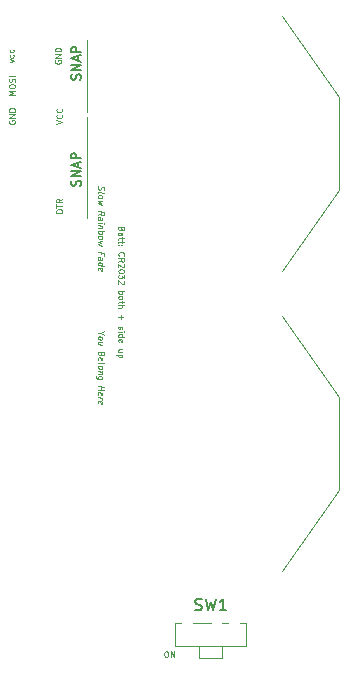
<source format=gbr>
G04 #@! TF.GenerationSoftware,KiCad,Pcbnew,(5.1.6)-1*
G04 #@! TF.CreationDate,2020-06-16T20:45:44-04:00*
G04 #@! TF.ProjectId,SRF Pendants,53524620-5065-46e6-9461-6e74732e6b69,rev?*
G04 #@! TF.SameCoordinates,Original*
G04 #@! TF.FileFunction,Legend,Top*
G04 #@! TF.FilePolarity,Positive*
%FSLAX46Y46*%
G04 Gerber Fmt 4.6, Leading zero omitted, Abs format (unit mm)*
G04 Created by KiCad (PCBNEW (5.1.6)-1) date 2020-06-16 20:45:44*
%MOMM*%
%LPD*%
G01*
G04 APERTURE LIST*
%ADD10C,0.125000*%
%ADD11C,0.120000*%
%ADD12C,0.150000*%
G04 APERTURE END LIST*
D10*
X81935714Y-112754761D02*
X81911904Y-112826190D01*
X81888095Y-112850000D01*
X81840476Y-112873809D01*
X81769047Y-112873809D01*
X81721428Y-112850000D01*
X81697619Y-112826190D01*
X81673809Y-112778571D01*
X81673809Y-112588095D01*
X82173809Y-112588095D01*
X82173809Y-112754761D01*
X82150000Y-112802380D01*
X82126190Y-112826190D01*
X82078571Y-112850000D01*
X82030952Y-112850000D01*
X81983333Y-112826190D01*
X81959523Y-112802380D01*
X81935714Y-112754761D01*
X81935714Y-112588095D01*
X81673809Y-113302380D02*
X81935714Y-113302380D01*
X81983333Y-113278571D01*
X82007142Y-113230952D01*
X82007142Y-113135714D01*
X81983333Y-113088095D01*
X81697619Y-113302380D02*
X81673809Y-113254761D01*
X81673809Y-113135714D01*
X81697619Y-113088095D01*
X81745238Y-113064285D01*
X81792857Y-113064285D01*
X81840476Y-113088095D01*
X81864285Y-113135714D01*
X81864285Y-113254761D01*
X81888095Y-113302380D01*
X82007142Y-113469047D02*
X82007142Y-113659523D01*
X82173809Y-113540476D02*
X81745238Y-113540476D01*
X81697619Y-113564285D01*
X81673809Y-113611904D01*
X81673809Y-113659523D01*
X82007142Y-113754761D02*
X82007142Y-113945238D01*
X82173809Y-113826190D02*
X81745238Y-113826190D01*
X81697619Y-113850000D01*
X81673809Y-113897619D01*
X81673809Y-113945238D01*
X81721428Y-114111904D02*
X81697619Y-114135714D01*
X81673809Y-114111904D01*
X81697619Y-114088095D01*
X81721428Y-114111904D01*
X81673809Y-114111904D01*
X81983333Y-114111904D02*
X81959523Y-114135714D01*
X81935714Y-114111904D01*
X81959523Y-114088095D01*
X81983333Y-114111904D01*
X81935714Y-114111904D01*
X81721428Y-115016666D02*
X81697619Y-114992857D01*
X81673809Y-114921428D01*
X81673809Y-114873809D01*
X81697619Y-114802380D01*
X81745238Y-114754761D01*
X81792857Y-114730952D01*
X81888095Y-114707142D01*
X81959523Y-114707142D01*
X82054761Y-114730952D01*
X82102380Y-114754761D01*
X82150000Y-114802380D01*
X82173809Y-114873809D01*
X82173809Y-114921428D01*
X82150000Y-114992857D01*
X82126190Y-115016666D01*
X81673809Y-115516666D02*
X81911904Y-115350000D01*
X81673809Y-115230952D02*
X82173809Y-115230952D01*
X82173809Y-115421428D01*
X82150000Y-115469047D01*
X82126190Y-115492857D01*
X82078571Y-115516666D01*
X82007142Y-115516666D01*
X81959523Y-115492857D01*
X81935714Y-115469047D01*
X81911904Y-115421428D01*
X81911904Y-115230952D01*
X82126190Y-115707142D02*
X82150000Y-115730952D01*
X82173809Y-115778571D01*
X82173809Y-115897619D01*
X82150000Y-115945238D01*
X82126190Y-115969047D01*
X82078571Y-115992857D01*
X82030952Y-115992857D01*
X81959523Y-115969047D01*
X81673809Y-115683333D01*
X81673809Y-115992857D01*
X82173809Y-116302380D02*
X82173809Y-116350000D01*
X82150000Y-116397619D01*
X82126190Y-116421428D01*
X82078571Y-116445238D01*
X81983333Y-116469047D01*
X81864285Y-116469047D01*
X81769047Y-116445238D01*
X81721428Y-116421428D01*
X81697619Y-116397619D01*
X81673809Y-116350000D01*
X81673809Y-116302380D01*
X81697619Y-116254761D01*
X81721428Y-116230952D01*
X81769047Y-116207142D01*
X81864285Y-116183333D01*
X81983333Y-116183333D01*
X82078571Y-116207142D01*
X82126190Y-116230952D01*
X82150000Y-116254761D01*
X82173809Y-116302380D01*
X82173809Y-116635714D02*
X82173809Y-116945238D01*
X81983333Y-116778571D01*
X81983333Y-116850000D01*
X81959523Y-116897619D01*
X81935714Y-116921428D01*
X81888095Y-116945238D01*
X81769047Y-116945238D01*
X81721428Y-116921428D01*
X81697619Y-116897619D01*
X81673809Y-116850000D01*
X81673809Y-116707142D01*
X81697619Y-116659523D01*
X81721428Y-116635714D01*
X82126190Y-117135714D02*
X82150000Y-117159523D01*
X82173809Y-117207142D01*
X82173809Y-117326190D01*
X82150000Y-117373809D01*
X82126190Y-117397619D01*
X82078571Y-117421428D01*
X82030952Y-117421428D01*
X81959523Y-117397619D01*
X81673809Y-117111904D01*
X81673809Y-117421428D01*
X81673809Y-118016666D02*
X82173809Y-118016666D01*
X81983333Y-118016666D02*
X82007142Y-118064285D01*
X82007142Y-118159523D01*
X81983333Y-118207142D01*
X81959523Y-118230952D01*
X81911904Y-118254761D01*
X81769047Y-118254761D01*
X81721428Y-118230952D01*
X81697619Y-118207142D01*
X81673809Y-118159523D01*
X81673809Y-118064285D01*
X81697619Y-118016666D01*
X81673809Y-118540476D02*
X81697619Y-118492857D01*
X81721428Y-118469047D01*
X81769047Y-118445238D01*
X81911904Y-118445238D01*
X81959523Y-118469047D01*
X81983333Y-118492857D01*
X82007142Y-118540476D01*
X82007142Y-118611904D01*
X81983333Y-118659523D01*
X81959523Y-118683333D01*
X81911904Y-118707142D01*
X81769047Y-118707142D01*
X81721428Y-118683333D01*
X81697619Y-118659523D01*
X81673809Y-118611904D01*
X81673809Y-118540476D01*
X82007142Y-118849999D02*
X82007142Y-119040476D01*
X82173809Y-118921428D02*
X81745238Y-118921428D01*
X81697619Y-118945238D01*
X81673809Y-118992857D01*
X81673809Y-119040476D01*
X81673809Y-119207142D02*
X82173809Y-119207142D01*
X81673809Y-119421428D02*
X81935714Y-119421428D01*
X81983333Y-119397619D01*
X82007142Y-119349999D01*
X82007142Y-119278571D01*
X81983333Y-119230952D01*
X81959523Y-119207142D01*
X81864285Y-120040476D02*
X81864285Y-120421428D01*
X81673809Y-120230952D02*
X82054761Y-120230952D01*
X81697619Y-121016666D02*
X81673809Y-121064285D01*
X81673809Y-121159523D01*
X81697619Y-121207142D01*
X81745238Y-121230952D01*
X81769047Y-121230952D01*
X81816666Y-121207142D01*
X81840476Y-121159523D01*
X81840476Y-121088095D01*
X81864285Y-121040476D01*
X81911904Y-121016666D01*
X81935714Y-121016666D01*
X81983333Y-121040476D01*
X82007142Y-121088095D01*
X82007142Y-121159523D01*
X81983333Y-121207142D01*
X81673809Y-121445238D02*
X82007142Y-121445238D01*
X82173809Y-121445238D02*
X82150000Y-121421428D01*
X82126190Y-121445238D01*
X82150000Y-121469047D01*
X82173809Y-121445238D01*
X82126190Y-121445238D01*
X81673809Y-121897619D02*
X82173809Y-121897619D01*
X81697619Y-121897619D02*
X81673809Y-121850000D01*
X81673809Y-121754761D01*
X81697619Y-121707142D01*
X81721428Y-121683333D01*
X81769047Y-121659523D01*
X81911904Y-121659523D01*
X81959523Y-121683333D01*
X81983333Y-121707142D01*
X82007142Y-121754761D01*
X82007142Y-121850000D01*
X81983333Y-121897619D01*
X81697619Y-122326190D02*
X81673809Y-122278571D01*
X81673809Y-122183333D01*
X81697619Y-122135714D01*
X81745238Y-122111904D01*
X81935714Y-122111904D01*
X81983333Y-122135714D01*
X82007142Y-122183333D01*
X82007142Y-122278571D01*
X81983333Y-122326190D01*
X81935714Y-122350000D01*
X81888095Y-122350000D01*
X81840476Y-122111904D01*
X82007142Y-123159523D02*
X81673809Y-123159523D01*
X82007142Y-122945238D02*
X81745238Y-122945238D01*
X81697619Y-122969047D01*
X81673809Y-123016666D01*
X81673809Y-123088095D01*
X81697619Y-123135714D01*
X81721428Y-123159523D01*
X82007142Y-123397619D02*
X81507142Y-123397619D01*
X81983333Y-123397619D02*
X82007142Y-123445238D01*
X82007142Y-123540476D01*
X81983333Y-123588095D01*
X81959523Y-123611904D01*
X81911904Y-123635714D01*
X81769047Y-123635714D01*
X81721428Y-123611904D01*
X81697619Y-123588095D01*
X81673809Y-123540476D01*
X81673809Y-123445238D01*
X81697619Y-123397619D01*
X79997619Y-109146540D02*
X79973809Y-109214992D01*
X79973809Y-109334040D01*
X79997619Y-109384635D01*
X80021428Y-109411421D01*
X80069047Y-109441183D01*
X80116666Y-109447135D01*
X80164285Y-109429278D01*
X80188095Y-109408444D01*
X80211904Y-109363802D01*
X80235714Y-109271540D01*
X80259523Y-109226897D01*
X80283333Y-109206063D01*
X80330952Y-109188206D01*
X80378571Y-109194159D01*
X80426190Y-109223921D01*
X80450000Y-109250706D01*
X80473809Y-109301302D01*
X80473809Y-109420349D01*
X80450000Y-109488802D01*
X79973809Y-109714992D02*
X79997619Y-109670349D01*
X80045238Y-109652492D01*
X80473809Y-109706063D01*
X79973809Y-109976897D02*
X79997619Y-109932254D01*
X80021428Y-109911421D01*
X80069047Y-109893563D01*
X80211904Y-109911421D01*
X80259523Y-109941183D01*
X80283333Y-109967968D01*
X80307142Y-110018563D01*
X80307142Y-110089992D01*
X80283333Y-110134635D01*
X80259523Y-110155468D01*
X80211904Y-110173325D01*
X80069047Y-110155468D01*
X80021428Y-110125706D01*
X79997619Y-110098921D01*
X79973809Y-110048325D01*
X79973809Y-109976897D01*
X80307142Y-110351897D02*
X79973809Y-110405468D01*
X80211904Y-110530468D01*
X79973809Y-110595944D01*
X80307142Y-110732849D01*
X79973809Y-111548325D02*
X80211904Y-111411421D01*
X79973809Y-111262611D02*
X80473809Y-111325111D01*
X80473809Y-111515587D01*
X80450000Y-111560230D01*
X80426190Y-111581063D01*
X80378571Y-111598921D01*
X80307142Y-111589992D01*
X80259523Y-111560230D01*
X80235714Y-111533444D01*
X80211904Y-111482849D01*
X80211904Y-111292373D01*
X79973809Y-111976897D02*
X80235714Y-112009635D01*
X80283333Y-111991778D01*
X80307142Y-111947135D01*
X80307142Y-111851897D01*
X80283333Y-111801302D01*
X79997619Y-111979873D02*
X79973809Y-111929278D01*
X79973809Y-111810230D01*
X79997619Y-111765587D01*
X80045238Y-111747730D01*
X80092857Y-111753683D01*
X80140476Y-111783444D01*
X80164285Y-111834040D01*
X80164285Y-111953087D01*
X80188095Y-112003683D01*
X79973809Y-112214992D02*
X80307142Y-112256659D01*
X80473809Y-112277492D02*
X80450000Y-112250706D01*
X80426190Y-112271540D01*
X80450000Y-112298325D01*
X80473809Y-112277492D01*
X80426190Y-112271540D01*
X80307142Y-112494754D02*
X79973809Y-112453087D01*
X80259523Y-112488802D02*
X80283333Y-112515587D01*
X80307142Y-112566183D01*
X80307142Y-112637611D01*
X80283333Y-112682254D01*
X80235714Y-112700111D01*
X79973809Y-112667373D01*
X79973809Y-112905468D02*
X80473809Y-112967968D01*
X80283333Y-112944159D02*
X80307142Y-112994754D01*
X80307142Y-113089992D01*
X80283333Y-113134635D01*
X80259523Y-113155468D01*
X80211904Y-113173325D01*
X80069047Y-113155468D01*
X80021428Y-113125706D01*
X79997619Y-113098921D01*
X79973809Y-113048325D01*
X79973809Y-112953087D01*
X79997619Y-112908444D01*
X79973809Y-113429278D02*
X79997619Y-113384635D01*
X80021428Y-113363802D01*
X80069047Y-113345944D01*
X80211904Y-113363802D01*
X80259523Y-113393563D01*
X80283333Y-113420349D01*
X80307142Y-113470944D01*
X80307142Y-113542373D01*
X80283333Y-113587016D01*
X80259523Y-113607849D01*
X80211904Y-113625706D01*
X80069047Y-113607849D01*
X80021428Y-113578087D01*
X79997619Y-113551302D01*
X79973809Y-113500706D01*
X79973809Y-113429278D01*
X80307142Y-113804278D02*
X79973809Y-113857849D01*
X80211904Y-113982849D01*
X79973809Y-114048325D01*
X80307142Y-114185230D01*
X80235714Y-114914397D02*
X80235714Y-114747730D01*
X79973809Y-114714992D02*
X80473809Y-114777492D01*
X80473809Y-115015587D01*
X79973809Y-115357849D02*
X80235714Y-115390587D01*
X80283333Y-115372730D01*
X80307142Y-115328087D01*
X80307142Y-115232849D01*
X80283333Y-115182254D01*
X79997619Y-115360825D02*
X79973809Y-115310230D01*
X79973809Y-115191183D01*
X79997619Y-115146540D01*
X80045238Y-115128683D01*
X80092857Y-115134635D01*
X80140476Y-115164397D01*
X80164285Y-115214992D01*
X80164285Y-115334040D01*
X80188095Y-115384635D01*
X79973809Y-115810230D02*
X80473809Y-115872730D01*
X79997619Y-115813206D02*
X79973809Y-115762611D01*
X79973809Y-115667373D01*
X79997619Y-115622730D01*
X80021428Y-115601897D01*
X80069047Y-115584040D01*
X80211904Y-115601897D01*
X80259523Y-115631659D01*
X80283333Y-115658444D01*
X80307142Y-115709040D01*
X80307142Y-115804278D01*
X80283333Y-115848921D01*
X79997619Y-116241778D02*
X79973809Y-116191183D01*
X79973809Y-116095944D01*
X79997619Y-116051302D01*
X80045238Y-116033444D01*
X80235714Y-116057254D01*
X80283333Y-116087016D01*
X80307142Y-116137611D01*
X80307142Y-116232849D01*
X80283333Y-116277492D01*
X80235714Y-116295349D01*
X80188095Y-116289397D01*
X80140476Y-116045349D01*
X80211904Y-121554278D02*
X79973809Y-121524516D01*
X80473809Y-121420349D02*
X80211904Y-121554278D01*
X80473809Y-121753683D01*
X79973809Y-121929278D02*
X79997619Y-121884635D01*
X80021428Y-121863802D01*
X80069047Y-121845944D01*
X80211904Y-121863802D01*
X80259523Y-121893563D01*
X80283333Y-121920349D01*
X80307142Y-121970944D01*
X80307142Y-122042373D01*
X80283333Y-122087016D01*
X80259523Y-122107849D01*
X80211904Y-122125706D01*
X80069047Y-122107849D01*
X80021428Y-122078087D01*
X79997619Y-122051302D01*
X79973809Y-122000706D01*
X79973809Y-121929278D01*
X80307142Y-122566183D02*
X79973809Y-122524516D01*
X80307142Y-122351897D02*
X80045238Y-122319159D01*
X79997619Y-122337016D01*
X79973809Y-122381659D01*
X79973809Y-122453087D01*
X79997619Y-122503683D01*
X80021428Y-122530468D01*
X80235714Y-123342968D02*
X80211904Y-123411421D01*
X80188095Y-123432254D01*
X80140476Y-123450111D01*
X80069047Y-123441183D01*
X80021428Y-123411421D01*
X79997619Y-123384635D01*
X79973809Y-123334040D01*
X79973809Y-123143563D01*
X80473809Y-123206063D01*
X80473809Y-123372730D01*
X80450000Y-123417373D01*
X80426190Y-123438206D01*
X80378571Y-123456063D01*
X80330952Y-123450111D01*
X80283333Y-123420349D01*
X80259523Y-123393563D01*
X80235714Y-123342968D01*
X80235714Y-123176302D01*
X79997619Y-123837016D02*
X79973809Y-123786421D01*
X79973809Y-123691183D01*
X79997619Y-123646540D01*
X80045238Y-123628683D01*
X80235714Y-123652492D01*
X80283333Y-123682254D01*
X80307142Y-123732849D01*
X80307142Y-123828087D01*
X80283333Y-123872730D01*
X80235714Y-123890587D01*
X80188095Y-123884635D01*
X80140476Y-123640587D01*
X79973809Y-124143563D02*
X79997619Y-124098921D01*
X80045238Y-124081063D01*
X80473809Y-124134635D01*
X79973809Y-124405468D02*
X79997619Y-124360825D01*
X80021428Y-124339992D01*
X80069047Y-124322135D01*
X80211904Y-124339992D01*
X80259523Y-124369754D01*
X80283333Y-124396540D01*
X80307142Y-124447135D01*
X80307142Y-124518563D01*
X80283333Y-124563206D01*
X80259523Y-124584040D01*
X80211904Y-124601897D01*
X80069047Y-124584040D01*
X80021428Y-124554278D01*
X79997619Y-124527492D01*
X79973809Y-124476897D01*
X79973809Y-124405468D01*
X80307142Y-124828087D02*
X79973809Y-124786421D01*
X80259523Y-124822135D02*
X80283333Y-124848921D01*
X80307142Y-124899516D01*
X80307142Y-124970944D01*
X80283333Y-125015587D01*
X80235714Y-125033444D01*
X79973809Y-125000706D01*
X80307142Y-125494754D02*
X79902380Y-125444159D01*
X79854761Y-125414397D01*
X79830952Y-125387611D01*
X79807142Y-125337016D01*
X79807142Y-125265587D01*
X79830952Y-125220944D01*
X79997619Y-125456063D02*
X79973809Y-125405468D01*
X79973809Y-125310230D01*
X79997619Y-125265587D01*
X80021428Y-125244754D01*
X80069047Y-125226897D01*
X80211904Y-125244754D01*
X80259523Y-125274516D01*
X80283333Y-125301302D01*
X80307142Y-125351897D01*
X80307142Y-125447135D01*
X80283333Y-125491778D01*
X79973809Y-126072135D02*
X80473809Y-126134635D01*
X80235714Y-126104873D02*
X80235714Y-126390587D01*
X79973809Y-126357849D02*
X80473809Y-126420349D01*
X79997619Y-126789397D02*
X79973809Y-126738802D01*
X79973809Y-126643563D01*
X79997619Y-126598921D01*
X80045238Y-126581063D01*
X80235714Y-126604873D01*
X80283333Y-126634635D01*
X80307142Y-126685230D01*
X80307142Y-126780468D01*
X80283333Y-126825111D01*
X80235714Y-126842968D01*
X80188095Y-126837016D01*
X80140476Y-126592968D01*
X79973809Y-127024516D02*
X80307142Y-127066183D01*
X80211904Y-127054278D02*
X80259523Y-127084040D01*
X80283333Y-127110825D01*
X80307142Y-127161421D01*
X80307142Y-127209040D01*
X79997619Y-127527492D02*
X79973809Y-127476897D01*
X79973809Y-127381659D01*
X79997619Y-127337016D01*
X80045238Y-127319159D01*
X80235714Y-127342968D01*
X80283333Y-127372730D01*
X80307142Y-127423325D01*
X80307142Y-127518563D01*
X80283333Y-127563206D01*
X80235714Y-127581063D01*
X80188095Y-127575111D01*
X80140476Y-127331063D01*
X85690476Y-148526190D02*
X85785714Y-148526190D01*
X85833333Y-148550000D01*
X85880952Y-148597619D01*
X85904761Y-148692857D01*
X85904761Y-148859523D01*
X85880952Y-148954761D01*
X85833333Y-149002380D01*
X85785714Y-149026190D01*
X85690476Y-149026190D01*
X85642857Y-149002380D01*
X85595238Y-148954761D01*
X85571428Y-148859523D01*
X85571428Y-148692857D01*
X85595238Y-148597619D01*
X85642857Y-148550000D01*
X85690476Y-148526190D01*
X86119047Y-149026190D02*
X86119047Y-148526190D01*
X86404761Y-149026190D01*
X86404761Y-148526190D01*
X76426190Y-103866666D02*
X76926190Y-103700000D01*
X76426190Y-103533333D01*
X76878571Y-103080952D02*
X76902380Y-103104761D01*
X76926190Y-103176190D01*
X76926190Y-103223809D01*
X76902380Y-103295238D01*
X76854761Y-103342857D01*
X76807142Y-103366666D01*
X76711904Y-103390476D01*
X76640476Y-103390476D01*
X76545238Y-103366666D01*
X76497619Y-103342857D01*
X76450000Y-103295238D01*
X76426190Y-103223809D01*
X76426190Y-103176190D01*
X76450000Y-103104761D01*
X76473809Y-103080952D01*
X76878571Y-102580952D02*
X76902380Y-102604761D01*
X76926190Y-102676190D01*
X76926190Y-102723809D01*
X76902380Y-102795238D01*
X76854761Y-102842857D01*
X76807142Y-102866666D01*
X76711904Y-102890476D01*
X76640476Y-102890476D01*
X76545238Y-102866666D01*
X76497619Y-102842857D01*
X76450000Y-102795238D01*
X76426190Y-102723809D01*
X76426190Y-102676190D01*
X76450000Y-102604761D01*
X76473809Y-102580952D01*
X72450000Y-103580952D02*
X72426190Y-103628571D01*
X72426190Y-103700000D01*
X72450000Y-103771428D01*
X72497619Y-103819047D01*
X72545238Y-103842857D01*
X72640476Y-103866666D01*
X72711904Y-103866666D01*
X72807142Y-103842857D01*
X72854761Y-103819047D01*
X72902380Y-103771428D01*
X72926190Y-103700000D01*
X72926190Y-103652380D01*
X72902380Y-103580952D01*
X72878571Y-103557142D01*
X72711904Y-103557142D01*
X72711904Y-103652380D01*
X72926190Y-103342857D02*
X72426190Y-103342857D01*
X72926190Y-103057142D01*
X72426190Y-103057142D01*
X72926190Y-102819047D02*
X72426190Y-102819047D01*
X72426190Y-102700000D01*
X72450000Y-102628571D01*
X72497619Y-102580952D01*
X72545238Y-102557142D01*
X72640476Y-102533333D01*
X72711904Y-102533333D01*
X72807142Y-102557142D01*
X72854761Y-102580952D01*
X72902380Y-102628571D01*
X72926190Y-102700000D01*
X72926190Y-102819047D01*
X72926190Y-101385714D02*
X72426190Y-101385714D01*
X72783333Y-101219047D01*
X72426190Y-101052380D01*
X72926190Y-101052380D01*
X72426190Y-100719047D02*
X72426190Y-100623809D01*
X72450000Y-100576190D01*
X72497619Y-100528571D01*
X72592857Y-100504761D01*
X72759523Y-100504761D01*
X72854761Y-100528571D01*
X72902380Y-100576190D01*
X72926190Y-100623809D01*
X72926190Y-100719047D01*
X72902380Y-100766666D01*
X72854761Y-100814285D01*
X72759523Y-100838095D01*
X72592857Y-100838095D01*
X72497619Y-100814285D01*
X72450000Y-100766666D01*
X72426190Y-100719047D01*
X72902380Y-100314285D02*
X72926190Y-100242857D01*
X72926190Y-100123809D01*
X72902380Y-100076190D01*
X72878571Y-100052380D01*
X72830952Y-100028571D01*
X72783333Y-100028571D01*
X72735714Y-100052380D01*
X72711904Y-100076190D01*
X72688095Y-100123809D01*
X72664285Y-100219047D01*
X72640476Y-100266666D01*
X72616666Y-100290476D01*
X72569047Y-100314285D01*
X72521428Y-100314285D01*
X72473809Y-100290476D01*
X72450000Y-100266666D01*
X72426190Y-100219047D01*
X72426190Y-100100000D01*
X72450000Y-100028571D01*
X72926190Y-99814285D02*
X72426190Y-99814285D01*
X72492857Y-98647619D02*
X72826190Y-98528571D01*
X72492857Y-98409523D01*
X72802380Y-98004761D02*
X72826190Y-98052380D01*
X72826190Y-98147619D01*
X72802380Y-98195238D01*
X72778571Y-98219047D01*
X72730952Y-98242857D01*
X72588095Y-98242857D01*
X72540476Y-98219047D01*
X72516666Y-98195238D01*
X72492857Y-98147619D01*
X72492857Y-98052380D01*
X72516666Y-98004761D01*
X72802380Y-97576190D02*
X72826190Y-97623809D01*
X72826190Y-97719047D01*
X72802380Y-97766666D01*
X72778571Y-97790476D01*
X72730952Y-97814285D01*
X72588095Y-97814285D01*
X72540476Y-97790476D01*
X72516666Y-97766666D01*
X72492857Y-97719047D01*
X72492857Y-97623809D01*
X72516666Y-97576190D01*
X76926190Y-111371428D02*
X76426190Y-111371428D01*
X76426190Y-111252380D01*
X76450000Y-111180952D01*
X76497619Y-111133333D01*
X76545238Y-111109523D01*
X76640476Y-111085714D01*
X76711904Y-111085714D01*
X76807142Y-111109523D01*
X76854761Y-111133333D01*
X76902380Y-111180952D01*
X76926190Y-111252380D01*
X76926190Y-111371428D01*
X76426190Y-110942857D02*
X76426190Y-110657142D01*
X76926190Y-110800000D02*
X76426190Y-110800000D01*
X76926190Y-110204761D02*
X76688095Y-110371428D01*
X76926190Y-110490476D02*
X76426190Y-110490476D01*
X76426190Y-110300000D01*
X76450000Y-110252380D01*
X76473809Y-110228571D01*
X76521428Y-110204761D01*
X76592857Y-110204761D01*
X76640476Y-110228571D01*
X76664285Y-110252380D01*
X76688095Y-110300000D01*
X76688095Y-110490476D01*
X76350000Y-98480952D02*
X76326190Y-98528571D01*
X76326190Y-98600000D01*
X76350000Y-98671428D01*
X76397619Y-98719047D01*
X76445238Y-98742857D01*
X76540476Y-98766666D01*
X76611904Y-98766666D01*
X76707142Y-98742857D01*
X76754761Y-98719047D01*
X76802380Y-98671428D01*
X76826190Y-98600000D01*
X76826190Y-98552380D01*
X76802380Y-98480952D01*
X76778571Y-98457142D01*
X76611904Y-98457142D01*
X76611904Y-98552380D01*
X76826190Y-98242857D02*
X76326190Y-98242857D01*
X76826190Y-97957142D01*
X76326190Y-97957142D01*
X76826190Y-97719047D02*
X76326190Y-97719047D01*
X76326190Y-97600000D01*
X76350000Y-97528571D01*
X76397619Y-97480952D01*
X76445238Y-97457142D01*
X76540476Y-97433333D01*
X76611904Y-97433333D01*
X76707142Y-97457142D01*
X76754761Y-97480952D01*
X76802380Y-97528571D01*
X76826190Y-97600000D01*
X76826190Y-97719047D01*
D11*
X79008000Y-111814000D02*
X79000000Y-103250000D01*
X79008000Y-102814000D02*
X79000000Y-96750000D01*
X95550000Y-116300000D02*
X100350000Y-109450000D01*
X100350000Y-109450000D02*
X100350000Y-101550000D01*
X100350000Y-101550000D02*
X95550000Y-94750000D01*
X95550000Y-141700000D02*
X100350000Y-134850000D01*
X100350000Y-134850000D02*
X100350000Y-126950000D01*
X100350000Y-126950000D02*
X95550000Y-120150000D01*
X90500000Y-149100000D02*
X90500000Y-148100000D01*
X88500000Y-149100000D02*
X90500000Y-149100000D01*
X88500000Y-148100000D02*
X88500000Y-149100000D01*
X86500000Y-148100000D02*
X86500000Y-146100000D01*
X92500000Y-148100000D02*
X86500000Y-148100000D01*
X92500000Y-146100000D02*
X92500000Y-148100000D01*
X92500000Y-146100000D02*
X92000000Y-146100000D01*
X91000000Y-146100000D02*
X90500000Y-146100000D01*
X89500000Y-146100000D02*
X88000000Y-146100000D01*
X87000000Y-146100000D02*
X86500000Y-146100000D01*
D12*
X78468209Y-109115076D02*
X78506304Y-109000790D01*
X78506304Y-108810314D01*
X78468209Y-108734123D01*
X78430114Y-108696028D01*
X78353923Y-108657933D01*
X78277733Y-108657933D01*
X78201542Y-108696028D01*
X78163447Y-108734123D01*
X78125352Y-108810314D01*
X78087257Y-108962695D01*
X78049161Y-109038885D01*
X78011066Y-109076980D01*
X77934876Y-109115076D01*
X77858685Y-109115076D01*
X77782495Y-109076980D01*
X77744400Y-109038885D01*
X77706304Y-108962695D01*
X77706304Y-108772219D01*
X77744400Y-108657933D01*
X78506304Y-108315076D02*
X77706304Y-108315076D01*
X78506304Y-107857933D01*
X77706304Y-107857933D01*
X78277733Y-107515076D02*
X78277733Y-107134123D01*
X78506304Y-107591266D02*
X77706304Y-107324600D01*
X78506304Y-107057933D01*
X78506304Y-106791266D02*
X77706304Y-106791266D01*
X77706304Y-106486504D01*
X77744400Y-106410314D01*
X77782495Y-106372219D01*
X77858685Y-106334123D01*
X77972971Y-106334123D01*
X78049161Y-106372219D01*
X78087257Y-106410314D01*
X78125352Y-106486504D01*
X78125352Y-106791266D01*
X78468209Y-100115076D02*
X78506304Y-100000790D01*
X78506304Y-99810314D01*
X78468209Y-99734123D01*
X78430114Y-99696028D01*
X78353923Y-99657933D01*
X78277733Y-99657933D01*
X78201542Y-99696028D01*
X78163447Y-99734123D01*
X78125352Y-99810314D01*
X78087257Y-99962695D01*
X78049161Y-100038885D01*
X78011066Y-100076980D01*
X77934876Y-100115076D01*
X77858685Y-100115076D01*
X77782495Y-100076980D01*
X77744400Y-100038885D01*
X77706304Y-99962695D01*
X77706304Y-99772219D01*
X77744400Y-99657933D01*
X78506304Y-99315076D02*
X77706304Y-99315076D01*
X78506304Y-98857933D01*
X77706304Y-98857933D01*
X78277733Y-98515076D02*
X78277733Y-98134123D01*
X78506304Y-98591266D02*
X77706304Y-98324600D01*
X78506304Y-98057933D01*
X78506304Y-97791266D02*
X77706304Y-97791266D01*
X77706304Y-97486504D01*
X77744400Y-97410314D01*
X77782495Y-97372219D01*
X77858685Y-97334123D01*
X77972971Y-97334123D01*
X78049161Y-97372219D01*
X78087257Y-97410314D01*
X78125352Y-97486504D01*
X78125352Y-97791266D01*
X88166666Y-145004761D02*
X88309523Y-145052380D01*
X88547619Y-145052380D01*
X88642857Y-145004761D01*
X88690476Y-144957142D01*
X88738095Y-144861904D01*
X88738095Y-144766666D01*
X88690476Y-144671428D01*
X88642857Y-144623809D01*
X88547619Y-144576190D01*
X88357142Y-144528571D01*
X88261904Y-144480952D01*
X88214285Y-144433333D01*
X88166666Y-144338095D01*
X88166666Y-144242857D01*
X88214285Y-144147619D01*
X88261904Y-144100000D01*
X88357142Y-144052380D01*
X88595238Y-144052380D01*
X88738095Y-144100000D01*
X89071428Y-144052380D02*
X89309523Y-145052380D01*
X89500000Y-144338095D01*
X89690476Y-145052380D01*
X89928571Y-144052380D01*
X90833333Y-145052380D02*
X90261904Y-145052380D01*
X90547619Y-145052380D02*
X90547619Y-144052380D01*
X90452380Y-144195238D01*
X90357142Y-144290476D01*
X90261904Y-144338095D01*
M02*

</source>
